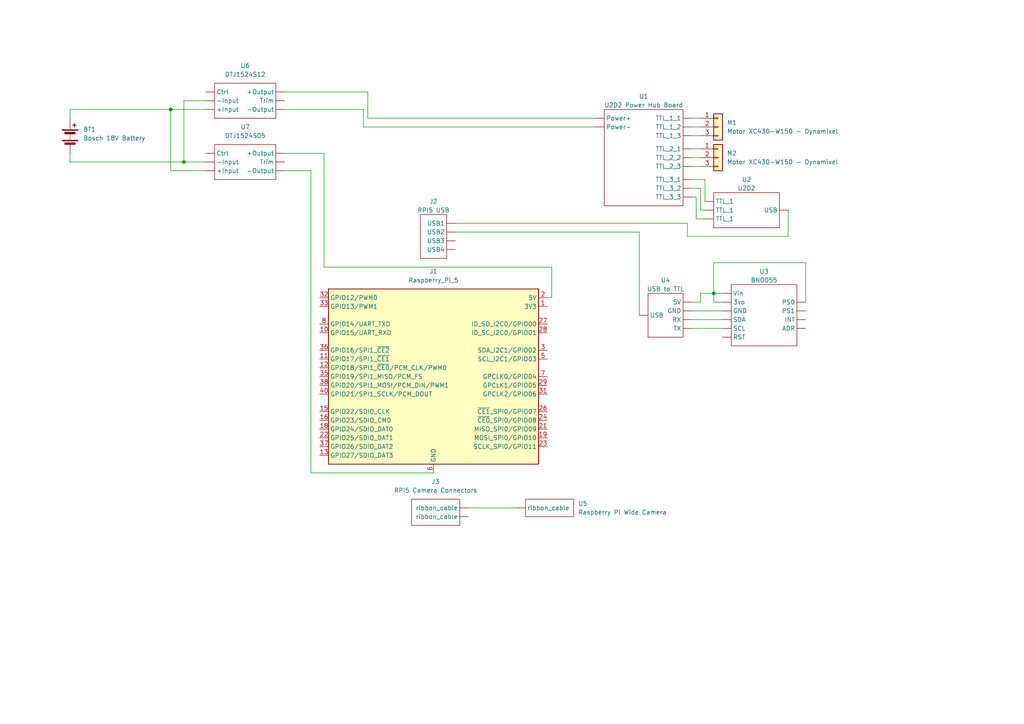
<source format=kicad_sch>
(kicad_sch (version 20250114) (generator "eeschema") (generator_version "9.0")
  (paper "A4")
  (title_block (title "EM_Robot") (date "2025-09-10") (company "SwissCat+ EPFL"))
  (lib_symbols
    (symbol "Connector:Raspberry_Pi_4"
      (property "Reference" "J" (at -17.526 48.768 0))
      (property "Value" "Raspberry_Pi_4" (at 15.748 -26.416 0))
      (symbol "Raspberry_Pi_4_0_1"
        (rectangle (start -30.48 25.4) (end 30.48 -25.4) (stroke (width 0.254)) (fill (type background)))
      )
      (symbol "Raspberry_Pi_4_1_1"
        (pin bidirectional line (at -33.02 22.86 0) (length 2.54) (name "GPIO12/PWM0") (number "32"))
        (pin bidirectional line (at -33.02 20.32 0) (length 2.54) (name "GPIO13/PWM1") (number "33"))
        (pin bidirectional line (at -33.02 15.24 0) (length 2.54) (name "GPIO14/UART_TXD") (number "8"))
        (pin bidirectional line (at -33.02 12.7 0) (length 2.54) (name "GPIO15/UART_RXD") (number "10"))
        (pin bidirectional line (at -33.02 7.62 0) (length 2.54) (name "GPIO16/SPI1_~{CE2}") (number "36"))
        (pin bidirectional line (at -33.02 5.08 0) (length 2.54) (name "GPIO17/SPI1_~{CE1}") (number "11"))
        (pin bidirectional line (at -33.02 2.54 0) (length 2.54) (name "GPIO18/SPI1_~{CE0}/PCM_CLK/PWM0") (number "12"))
        (pin bidirectional line (at -33.02 0 0) (length 2.54) (name "GPIO19/SPI1_MISO/PCM_FS") (number "35"))
        (pin bidirectional line (at -33.02 -2.54 0) (length 2.54) (name "GPIO20/SPI1_MOSI/PCM_DIN/PWM1") (number "38"))
        (pin bidirectional line (at -33.02 -5.08 0) (length 2.54) (name "GPIO21/SPI1_SCLK/PCM_DOUT") (number "40"))
        (pin bidirectional line (at -33.02 -10.16 0) (length 2.54) (name "GPIO22/SDIO_CLK") (number "15"))
        (pin bidirectional line (at -33.02 -12.7 0) (length 2.54) (name "GPIO23/SDIO_CMD") (number "16"))
        (pin bidirectional line (at -33.02 -15.24 0) (length 2.54) (name "GPIO24/SDIO_DAT0") (number "18"))
        (pin bidirectional line (at -33.02 -17.78 0) (length 2.54) (name "GPIO25/SDIO_DAT1") (number "22"))
        (pin bidirectional line (at -33.02 -20.32 0) (length 2.54) (name "GPIO26/SDIO_DAT2") (number "37"))
        (pin bidirectional line (at -33.02 -22.86 0) (length 2.54) (name "GPIO27/SDIO_DAT3") (number "13"))
        (pin passive line (at 0 -27.94 90) (length 2.54) (hide yes) (name "GND") (number "14"))
        (pin passive line (at 0 -27.94 90) (length 2.54) (hide yes) (name "GND") (number "20"))
        (pin passive line (at 0 -27.94 90) (length 2.54) (hide yes) (name "GND") (number "25"))
        (pin passive line (at 0 -27.94 90) (length 2.54) (hide yes) (name "GND") (number "30"))
        (pin passive line (at 0 -27.94 90) (length 2.54) (hide yes) (name "GND") (number "34"))
        (pin passive line (at 0 -27.94 90) (length 2.54) (hide yes) (name "GND") (number "39"))
        (pin power_out line (at 0 -27.94 90) (length 2.54) (name "GND") (number "6"))
        (pin passive line (at 0 -27.94 90) (length 2.54) (hide yes) (name "GND") (number "9"))
        (pin power_out line (at 33.02 22.86 180) (length 2.54) (name "5V") (number "2"))
        (pin passive line (at 33.02 22.86 180) (length 2.54) (hide yes) (name "5V") (number "4"))
        (pin power_out line (at 33.02 20.32 180) (length 2.54) (name "3V3") (number "1"))
        (pin passive line (at 33.02 20.32 180) (length 2.54) (hide yes) (name "3V3") (number "17"))
        (pin bidirectional line (at 33.02 15.24 180) (length 2.54) (name "ID_SD_I2C0/GPIO00") (number "27"))
        (pin bidirectional line (at 33.02 12.7 180) (length 2.54) (name "ID_SC_I2C0/GPIO01") (number "28"))
        (pin bidirectional line (at 33.02 7.62 180) (length 2.54) (name "SDA_I2C1/GPIO02") (number "3"))
        (pin bidirectional line (at 33.02 5.08 180) (length 2.54) (name "SCL_I2C1/GPIO03") (number "5"))
        (pin bidirectional line (at 33.02 0 180) (length 2.54) (name "GPCLK0/GPIO04") (number "7"))
        (pin bidirectional line (at 33.02 -2.54 180) (length 2.54) (name "GPCLK1/GPIO05") (number "29"))
        (pin bidirectional line (at 33.02 -5.08 180) (length 2.54) (name "GPCLK2/GPIO06") (number "31"))
        (pin bidirectional line (at 33.02 -10.16 180) (length 2.54) (name "~{CE1}_SPI0/GPIO07") (number "26"))
        (pin bidirectional line (at 33.02 -12.7 180) (length 2.54) (name "~{CE0}_SPI0/GPIO08") (number "24"))
        (pin bidirectional line (at 33.02 -15.24 180) (length 2.54) (name "MISO_SPI0/GPIO09") (number "21"))
        (pin bidirectional line (at 33.02 -17.78 180) (length 2.54) (name "MOSI_SPI0/GPIO10") (number "19"))
        (pin bidirectional line (at 33.02 -20.32 180) (length 2.54) (name "SCLK_SPI0/GPIO11") (number "23"))
      )
    )
    (symbol "Connector_Generic:Conn_01x03" (pin_names (offset 1.016) (hide yes))
      (property "Reference" "J" (at 0 5.08 0))
      (property "Value" "Conn_01x03" (at 0 -5.08 0))
      (symbol "Conn_01x03_1_1"
        (rectangle (start -1.27 3.81) (end 1.27 -3.81) (stroke (width 0.254)) (fill (type background)))
        (rectangle (start -1.27 2.667) (end 0 2.413) (stroke (width 0.1524)))
        (rectangle (start -1.27 0.127) (end 0 -0.127) (stroke (width 0.1524)))
        (rectangle (start -1.27 -2.413) (end 0 -2.667) (stroke (width 0.1524)))
        (pin passive line (at -5.08 2.54 0) (length 3.81) (name "Pin_1") (number "1"))
        (pin passive line (at -5.08 0 0) (length 3.81) (name "Pin_2") (number "2"))
        (pin passive line (at -5.08 -2.54 0) (length 3.81) (name "Pin_3") (number "3"))
      )
    )
    (symbol "DTJ15_1"
      (property "Reference" "J" (at 0 0 0))
      (symbol "DTJ15_1_0_1"
        (rectangle (start -8.89 -2.54) (end 8.89 -12.7))
      )
      (symbol "DTJ15_1_1_1"
        (pin input line (at -11.43 -5.08 0) (length 2.54) (name "Ctrl") (number ""))
        (pin input line (at -11.43 -7.62 0) (length 2.54) (name "-Input") (number ""))
        (pin input line (at -11.43 -10.16 0) (length 2.54) (name "+Input") (number ""))
        (pin input line (at 11.43 -5.08 180) (length 2.54) (name "+Output") (number ""))
        (pin input line (at 11.43 -7.62 180) (length 2.54) (name "Trim") (number ""))
        (pin input line (at 11.43 -10.16 180) (length 2.54) (name "-Output") (number ""))
      )
    )
    (symbol "Device:Battery" (pin_numbers (hide yes)) (pin_names (offset 0) (hide yes))
      (property "Reference" "BT" (at 2.54 2.54 0))
      (property "Value" "Battery" (at 2.54 0 0))
      (symbol "Battery_0_1"
        (rectangle (start -2.286 1.778) (end 2.286 1.524) (fill (type outline)))
        (rectangle (start -2.286 -1.27) (end 2.286 -1.524) (fill (type outline)))
        (rectangle (start -1.524 1.016) (end 1.524 0.508) (fill (type outline)))
        (rectangle (start -1.524 -2.032) (end 1.524 -2.54) (fill (type outline)))
        (polyline (pts (xy 0 1.778) (xy 0 2.54)))
        (polyline (pts (xy 0 0) (xy 0 0.254)))
        (polyline (pts (xy 0 -0.508) (xy 0 -0.254)))
        (polyline (pts (xy 0 -1.016) (xy 0 -0.762)))
        (polyline (pts (xy 0.762 3.048) (xy 1.778 3.048)) (stroke (width 0.254)))
        (polyline (pts (xy 1.27 3.556) (xy 1.27 2.54)) (stroke (width 0.254)))
      )
      (symbol "Battery_1_1"
        (pin passive line (at 0 5.08 270) (length 2.54) (name "+") (number "1"))
        (pin passive line (at 0 -5.08 90) (length 2.54) (name "-") (number "2"))
      )
    )
    (symbol "em_robot:BNO055"
      (property "Reference" "U" (at 0 0 0))
      (symbol "BNO055_0_1"
        (rectangle (start -7.62 -2.54) (end 11.43 -20.32))
      )
      (symbol "BNO055_1_1"
        (pin input line (at -10.16 -5.08 0) (length 2.54) (name "Vin") (number ""))
        (pin input line (at -10.16 -7.62 0) (length 2.54) (name "3vo") (number ""))
        (pin input line (at -10.16 -10.16 0) (length 2.54) (name "GND") (number ""))
        (pin input line (at -10.16 -12.7 0) (length 2.54) (name "SDA") (number ""))
        (pin input line (at -10.16 -15.24 0) (length 2.54) (name "SCL") (number ""))
        (pin input line (at -10.16 -17.78 0) (length 2.54) (name "RST") (number ""))
        (pin input line (at 13.97 -7.62 180) (length 2.54) (name "PS0") (number ""))
        (pin input line (at 13.97 -10.16 180) (length 2.54) (name "PS1") (number ""))
        (pin input line (at 13.97 -12.7 180) (length 2.54) (name "INT") (number ""))
        (pin input line (at 13.97 -15.24 180) (length 2.54) (name "ADR") (number ""))
      )
    )
    (symbol "em_robot:Camera_RPI"
      (property "Reference" "U" (at 0 0 0))
      (symbol "Camera_RPI_0_1"
        (rectangle (start -7.62 -3.81) (end 6.35 -8.89))
      )
      (symbol "Camera_RPI_1_1"
        (pin input line (at -10.16 -6.35 0) (length 2.54) (name "ribbon_cable") (number ""))
      )
    )
    (symbol "em_robot:DTJ15"
      (property "Reference" "J" (at 0 0 0))
      (symbol "DTJ15_0_1"
        (rectangle (start -8.89 -2.54) (end 8.89 -12.7))
      )
      (symbol "DTJ15_1_1"
        (pin input line (at -11.43 -5.08 0) (length 2.54) (name "Ctrl") (number ""))
        (pin input line (at -11.43 -7.62 0) (length 2.54) (name "-Input") (number ""))
        (pin input line (at -11.43 -10.16 0) (length 2.54) (name "+Input") (number ""))
        (pin input line (at 11.43 -5.08 180) (length 2.54) (name "+Output") (number ""))
        (pin input line (at 11.43 -7.62 180) (length 2.54) (name "Trim") (number ""))
        (pin input line (at 11.43 -10.16 180) (length 2.54) (name "-Output") (number ""))
      )
    )
    (symbol "em_robot:RPI5_USB"
      (property "Reference" "J" (at 0 0 0))
      (symbol "RPI5_USB_0_1"
        (rectangle (start -3.81 -1.27) (end 3.81 -13.97))
      )
      (symbol "RPI5_USB_1_1"
        (pin input line (at 6.35 -3.81 180) (length 2.54) (name "USB1") (number ""))
        (pin input line (at 6.35 -6.35 180) (length 2.54) (name "USB2") (number ""))
        (pin input line (at 6.35 -8.89 180) (length 2.54) (name "USB3") (number ""))
        (pin input line (at 6.35 -11.43 180) (length 2.54) (name "USB4") (number ""))
      )
    )
    (symbol "em_robot:RPi5_Camera_Connectors"
      (property "Reference" "U" (at 0 0 0))
      (symbol "RPi5_Camera_Connectors_0_1"
        (rectangle (start -7.62 -2.54) (end 6.35 -10.16))
      )
      (symbol "RPi5_Camera_Connectors_1_1"
        (pin input line (at 8.89 -5.08 180) (length 2.54) (name "ribbon_cable") (number ""))
        (pin input line (at 8.89 -7.62 180) (length 2.54) (name "ribbon_cable") (number ""))
      )
    )
    (symbol "em_robot:U2D2"
      (property "Reference" "U" (at 0 0 0))
      (symbol "U2D2_0_1"
        (rectangle (start -8.89 -3.81) (end 10.16 -13.97))
      )
      (symbol "U2D2_1_1"
        (pin input line (at -11.43 -8.89 0) (length 2.54) (name "USB") (number ""))
        (pin input line (at 12.7 -6.35 180) (length 2.54) (name "TTL_1") (number ""))
        (pin input line (at 12.7 -8.89 180) (length 2.54) (name "TTL_1") (number ""))
        (pin input line (at 12.7 -11.43 180) (length 2.54) (name "TTL_1") (number ""))
      )
    )
    (symbol "em_robot:U2D2 Power Hub Board"
      (property "Reference" "U" (at 0 0 0))
      (symbol "U2D2 Power Hub Board_0_1"
        (rectangle (start -11.43 -1.27) (end 11.43 -29.21))
      )
      (symbol "U2D2 Power Hub Board_1_1"
        (pin input line (at -13.97 -3.81 0) (length 2.54) (name "TTL_1_1") (number ""))
        (pin input line (at -13.97 -6.35 0) (length 2.54) (name "TTL_1_2") (number ""))
        (pin input line (at -13.97 -8.89 0) (length 2.54) (name "TTL_1_3") (number ""))
        (pin input line (at -13.97 -12.7 0) (length 2.54) (name "TTL_2_1") (number ""))
        (pin input line (at -13.97 -15.24 0) (length 2.54) (name "TTL_2_2") (number ""))
        (pin input line (at -13.97 -17.78 0) (length 2.54) (name "TTL_2_3") (number ""))
        (pin input line (at -13.97 -21.59 0) (length 2.54) (name "TTL_3_1") (number ""))
        (pin input line (at -13.97 -24.13 0) (length 2.54) (name "TTL_3_2") (number ""))
        (pin input line (at -13.97 -26.67 0) (length 2.54) (name "TTL_3_3") (number ""))
        (pin input line (at 13.97 -3.81 180) (length 2.54) (name "Power+") (number ""))
        (pin input line (at 13.97 -6.35 180) (length 2.54) (name "Power-") (number ""))
      )
    )
    (symbol "em_robot:USB_to_TTL_Serial_Cable"
      (property "Reference" "U" (at 0 0 0))
      (symbol "USB_to_TTL_Serial_Cable_0_1"
        (rectangle (start -5.08 -3.81) (end 5.08 -16.51))
      )
      (symbol "USB_to_TTL_Serial_Cable_1_1"
        (pin input line (at -7.62 -10.16 0) (length 2.54) (name "USB") (number ""))
        (pin input line (at 7.62 -6.35 180) (length 2.54) (name "5V") (number ""))
        (pin input line (at 7.62 -8.89 180) (length 2.54) (name "GND") (number ""))
        (pin input line (at 7.62 -11.43 180) (length 2.54) (name "RX") (number ""))
        (pin input line (at 7.62 -13.97 180) (length 2.54) (name "TX") (number ""))
      )
    )
  )
  (junction (at 207.01 85.09))
  (junction (at 49.53 31.75))
  (junction (at 53.34 46.99))
  (wire (pts (xy 132.08 64.77) (xy 199.39 64.77)))
  (wire (pts (xy 53.34 46.99) (xy 59.69 46.99)))
  (wire (pts (xy 203.2 85.09) (xy 207.01 85.09)))
  (wire (pts (xy 207.01 85.09) (xy 209.55 85.09)))
  (wire (pts (xy 160.02 86.36) (xy 158.75 86.36)))
  (wire (pts (xy 132.08 67.31) (xy 185.42 67.31)))
  (wire (pts (xy 20.32 31.75) (xy 20.32 34.29)))
  (wire (pts (xy 49.53 31.75) (xy 59.69 31.75)))
  (wire (pts (xy 90.17 137.16) (xy 125.73 137.16)))
  (wire (pts (xy 199.39 68.58) (xy 228.6 68.58)))
  (wire (pts (xy 93.98 77.47) (xy 160.02 77.47)))
  (wire (pts (xy 135.89 147.32) (xy 149.86 147.32)))
  (wire (pts (xy 200.66 36.83) (xy 203.2 36.83)))
  (wire (pts (xy 90.17 49.53) (xy 90.17 137.16)))
  (wire (pts (xy 82.55 44.45) (xy 93.98 44.45)))
  (wire (pts (xy 20.32 46.99) (xy 53.34 46.99)))
  (wire (pts (xy 82.55 26.67) (xy 106.68 26.67)))
  (wire (pts (xy 185.42 67.31) (xy 185.42 91.44)))
  (wire (pts (xy 200.66 54.61) (xy 203.2 54.61)))
  (wire (pts (xy 207.01 87.63) (xy 209.55 87.63)))
  (wire (pts (xy 228.6 60.96) (xy 228.6 68.58)))
  (wire (pts (xy 200.66 87.63) (xy 203.2 87.63)))
  (wire (pts (xy 203.2 87.63) (xy 203.2 85.09)))
  (wire (pts (xy 106.68 26.67) (xy 106.68 34.29)))
  (wire (pts (xy 53.34 29.21) (xy 53.34 46.99)))
  (wire (pts (xy 207.01 85.09) (xy 207.01 76.2)))
  (wire (pts (xy 200.66 57.15) (xy 201.93 57.15)))
  (wire (pts (xy 59.69 49.53) (xy 49.53 49.53)))
  (wire (pts (xy 201.93 63.5) (xy 204.47 63.5)))
  (wire (pts (xy 105.41 31.75) (xy 105.41 36.83)))
  (wire (pts (xy 49.53 49.53) (xy 49.53 31.75)))
  (wire (pts (xy 59.69 29.21) (xy 53.34 29.21)))
  (wire (pts (xy 20.32 44.45) (xy 20.32 46.99)))
  (wire (pts (xy 207.01 76.2) (xy 233.68 76.2)))
  (wire (pts (xy 82.55 31.75) (xy 105.41 31.75)))
  (wire (pts (xy 93.98 44.45) (xy 93.98 77.47)))
  (wire (pts (xy 203.2 60.96) (xy 204.47 60.96)))
  (wire (pts (xy 207.01 87.63) (xy 207.01 85.09)))
  (wire (pts (xy 20.32 31.75) (xy 49.53 31.75)))
  (wire (pts (xy 200.66 39.37) (xy 203.2 39.37)))
  (wire (pts (xy 201.93 57.15) (xy 201.93 63.5)))
  (wire (pts (xy 200.66 48.26) (xy 203.2 48.26)))
  (wire (pts (xy 233.68 76.2) (xy 233.68 87.63)))
  (wire (pts (xy 200.66 95.25) (xy 209.55 95.25)))
  (wire (pts (xy 82.55 49.53) (xy 90.17 49.53)))
  (wire (pts (xy 200.66 92.71) (xy 209.55 92.71)))
  (wire (pts (xy 204.47 52.07) (xy 200.66 52.07)))
  (wire (pts (xy 200.66 34.29) (xy 203.2 34.29)))
  (wire (pts (xy 200.66 90.17) (xy 209.55 90.17)))
  (wire (pts (xy 160.02 86.36) (xy 160.02 77.47)))
  (wire (pts (xy 204.47 52.07) (xy 204.47 58.42)))
  (wire (pts (xy 106.68 34.29) (xy 172.72 34.29)))
  (wire (pts (xy 203.2 54.61) (xy 203.2 60.96)))
  (wire (pts (xy 200.66 43.18) (xy 203.2 43.18)))
  (wire (pts (xy 199.39 64.77) (xy 199.39 68.58)))
  (wire (pts (xy 105.41 36.83) (xy 172.72 36.83)))
  (wire (pts (xy 200.66 45.72) (xy 203.2 45.72)))
  (symbol (lib_name "DTJ15_1") (lib_id "em_robot:DTJ15") (at 71.12 39.37 0) (unit 1)
    (property "Reference" "U7" (at 71.12 36.83 0))
    (property "Value" "DTJ1524S05" (at 71.12 39.37 0))
  )
  (symbol (lib_id "em_robot:RPI5_USB") (at 125.73 60.96 0) (unit 1)
    (property "Reference" "J2" (at 125.73 58.42 0))
    (property "Value" "RPI5 USB" (at 125.73 60.96 0))
  )
  (symbol (lib_id "Connector_Generic:Conn_01x03") (at 208.28 36.83 0) (unit 1)
    (property "Reference" "M1" (at 210.82 35.5599 0) (effects (justify left)))
    (property "Value" "Motor XC430-W150 - Dynamixel" (at 210.82 38.0999 0) (effects (justify left)))
    (property "Description" "Generic connector, single row, 01x03, script generated (kicad-library-utils/schlib/autogen/connector/)" (effects (hide yes)))
  )
  (symbol (lib_id "em_robot:Camera_RPI") (at 160.02 140.97 0) (unit 1)
    (property "Reference" "U5" (at 167.64 146.0499 0) (effects (justify left)))
    (property "Value" "Raspberry Pi Wide Camera" (at 167.64 148.5899 0) (effects (justify left)))
  )
  (symbol (lib_id "em_robot:U2D2") (at 217.17 52.07 0) (mirror y) (unit 1)
    (property "Reference" "U2" (at 216.535 52.07 0))
    (property "Value" "U2D2" (at 216.535 54.61 0))
  )
  (symbol (lib_id "Connector_Generic:Conn_01x03") (at 208.28 45.72 0) (unit 1)
    (property "Reference" "M2" (at 210.82 44.4499 0) (effects (justify left)))
    (property "Value" "Motor XC430-W150 - Dynamixel" (at 210.82 46.9899 0) (effects (justify left)))
    (property "Description" "Generic connector, single row, 01x03, script generated (kicad-library-utils/schlib/autogen/connector/)" (effects (hide yes)))
  )
  (symbol (lib_id "Connector:Raspberry_Pi_4") (at 125.73 109.22 0) (unit 1)
    (property "Reference" "J1" (at 125.73 78.74 0))
    (property "Value" "Raspberry_Pi_5" (at 125.73 81.28 0))
    (property "Datasheet" "https://datasheets.raspberrypi.com/rpi4/raspberry-pi-4-datasheet.pdf" (effects (hide yes)))
    (property "Description" "Raspberry Pi 4 Model B" (effects (hide yes)))
  )
  (symbol (lib_id "em_robot:U2D2 Power Hub Board") (at 186.69 30.48 0) (mirror y) (unit 1)
    (property "Reference" "U1" (at 186.69 27.94 0))
    (property "Value" "U2D2 Power Hub Board" (at 186.69 30.48 0))
  )
  (symbol (lib_id "em_robot:USB_to_TTL_Serial_Cable") (at 193.04 81.28 0) (unit 1)
    (property "Reference" "U4" (at 193.04 81.28 0))
    (property "Value" "USB to TTL" (at 193.04 83.82 0))
  )
  (symbol (lib_id "Device:Battery") (at 20.32 39.37 0) (unit 1)
    (property "Reference" "BT1" (at 24.13 37.5284 0) (effects (justify left)))
    (property "Value" "Bosch 18V Battery" (at 24.13 40.0684 0) (effects (justify left)))
    (property "Description" "Multiple-cell battery" (effects (hide yes)))
  )
  (symbol (lib_id "em_robot:DTJ15") (at 71.12 21.59 0) (unit 1)
    (property "Reference" "U6" (at 71.12 19.05 0))
    (property "Value" "DTJ1524S12" (at 71.12 21.59 0))
  )
  (symbol (lib_id "em_robot:RPi5_Camera_Connectors") (at 127 142.24 0) (unit 1)
    (property "Reference" "J3" (at 126.365 139.7 0))
    (property "Value" "RPi5 Camera Connectors" (at 126.365 142.24 0))
  )
  (symbol (lib_id "em_robot:BNO055") (at 219.71 80.01 0) (unit 1)
    (property "Reference" "U3" (at 221.615 78.74 0))
    (property "Value" "BNO055" (at 221.615 81.28 0))
  )
)
</source>
